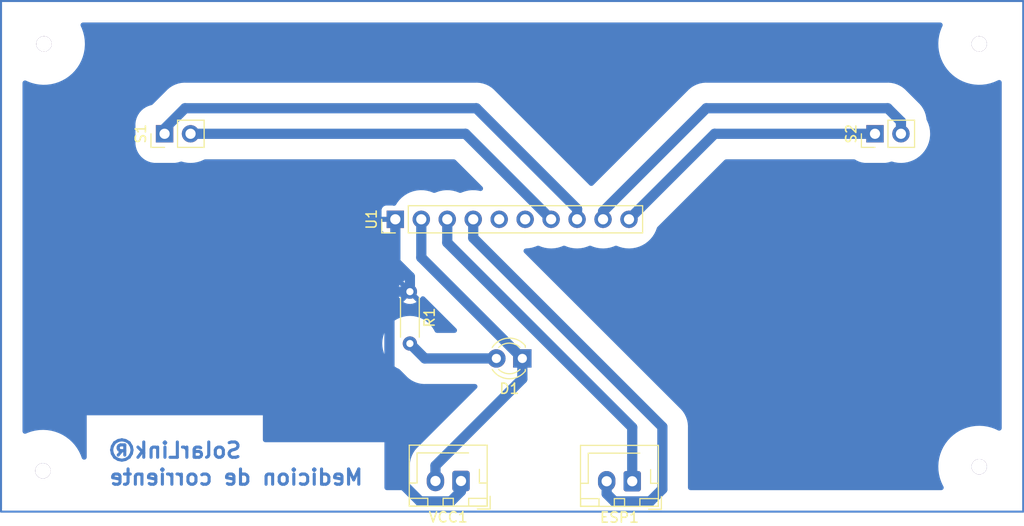
<source format=kicad_pcb>
(kicad_pcb (version 20211014) (generator pcbnew)
  (layers (0 "F.Cu" signal) (31 "B.Cu" signal) (34 "B.Paste" user) (35 "F.Paste" user) (36 "B.SilkS" user "B.Silkscreen") (37 "F.SilkS" user "F.Silkscreen") (38 "B.Mask" user) (39 "F.Mask" user) (44 "Edge.Cuts" user))
  (net 0 "")
  (net 2 "Net-(D1-Pad1)")
  (net 3 "Net-(ESP1-Pad1)")
  (net 4 "Net-(ESP1-Pad2)")
  (net 5 "Net-(D1-Pad2)")
  (net 6 "Net-(S1-Pad1)")
  (net 7 "Net-(S1-Pad2)")
  (net 8 "Net-(S2-Pad1)")
  (net 9 "Net-(S2-Pad2)")
  (net 11 "GND")
  (footprint "Connector_PinHeader_2.54mm:PinHeader_1x10_P2.54mm_Vertical" (layer "F.Cu") (at 58.575 45.375 90)
    (fp_text reference "U1" (at 0 -2.33 90) (layer "F.SilkS"))
    (fp_text value "ADS1115IDGS")
    (fp_line (start -1.33 1.27) (end -1.33 24.19) (layer "F.SilkS") (width 0.12))
    (fp_line (start 1.33 1.27) (end 1.33 24.19) (layer "F.SilkS") (width 0.12))
    (fp_line (start -1.33 1.27) (end 1.33 1.27) (layer "F.SilkS") (width 0.12))
    (fp_line (start -1.33 0) (end -1.33 -1.33) (layer "F.SilkS") (width 0.12))
    (fp_line (start -1.33 -1.33) (end 0 -1.33) (layer "F.SilkS") (width 0.12))
    (fp_line (start -1.33 24.19) (end 1.33 24.19) (layer "F.SilkS") (width 0.12))
    (pad "1" thru_hole rect (at 0 0 90) (size 1.7 1.7) (drill 1) (layers *.Cu *.Mask) (net 11 "GND"))
    (pad "2" thru_hole oval (at 0 2.54 90) (size 1.7 1.7) (drill 1) (layers *.Cu *.Mask) (net 2 "Net-(D1-Pad1)"))
    (pad "3" thru_hole oval (at 0 5.08 90) (size 1.7 1.7) (drill 1) (layers *.Cu *.Mask) (net 3 "Net-(ESP1-Pad1)"))
    (pad "4" thru_hole oval (at 0 7.62 90) (size 1.7 1.7) (drill 1) (layers *.Cu *.Mask) (net 4 "Net-(ESP1-Pad2)"))
    (pad "5" thru_hole oval (at 0 10.16 90) (size 1.7 1.7) (drill 1) (layers *.Cu *.Mask))
    (pad "6" thru_hole oval (at 0 12.7 90) (size 1.7 1.7) (drill 1) (layers *.Cu *.Mask))
    (pad "7" thru_hole oval (at 0 15.24 90) (size 1.7 1.7) (drill 1) (layers *.Cu *.Mask) (net 7 "Net-(S1-Pad2)"))
    (pad "8" thru_hole oval (at 0 17.78 90) (size 1.7 1.7) (drill 1) (layers *.Cu *.Mask) (net 6 "Net-(S1-Pad1)"))
    (pad "9" thru_hole oval (at 0 20.32 90) (size 1.7 1.7) (drill 1) (layers *.Cu *.Mask) (net 9 "Net-(S2-Pad2)"))
    (pad "10" thru_hole oval (at 0 22.86 90) (size 1.7 1.7) (drill 1) (layers *.Cu *.Mask) (net 8 "Net-(S2-Pad1)"))
  )
  (footprint "Connector_JST:JST_XH_B2B-XH-AM_1x02_P2.50mm_Vertical" (layer "F.Cu") (at 65 71 180)
    (fp_text reference "VCC1" (at 1.25 -3.55) (layer "F.SilkS"))
    (fp_text value "Conn_01x02")
    (fp_line (start -1.8 -0.2) (end -1.8 1.14) (layer "F.SilkS") (width 0.12))
    (fp_line (start 0.75 -1.7) (end 1.75 -1.7) (layer "F.SilkS") (width 0.12))
    (fp_line (start 3.25 -2.45) (end 3.25 -1.7) (layer "F.SilkS") (width 0.12))
    (fp_line (start 4.3 2.75) (end 1.25 2.75) (layer "F.SilkS") (width 0.12))
    (fp_line (start 5.05 -2.45) (end 3.25 -2.45) (layer "F.SilkS") (width 0.12))
    (fp_line (start 5.05 -0.2) (end 4.3 -0.2) (layer "F.SilkS") (width 0.12))
    (fp_line (start -2.55 -1.7) (end -0.75 -1.7) (layer "F.SilkS") (width 0.12))
    (fp_line (start -0.75 -2.45) (end -2.55 -2.45) (layer "F.SilkS") (width 0.12))
    (fp_line (start 1.75 -2.45) (end 0.75 -2.45) (layer "F.SilkS") (width 0.12))
    (fp_line (start 5.05 -1.7) (end 5.05 -2.45) (layer "F.SilkS") (width 0.12))
    (fp_line (start -2.56 -2.46) (end -2.56 3.51) (layer "F.SilkS") (width 0.12))
    (fp_line (start -1.6 -2.75) (end -2.85 -2.75) (layer "F.SilkS") (width 0.12))
    (fp_line (start 0.75 -2.45) (end 0.75 -1.7) (layer "F.SilkS") (width 0.12))
    (fp_line (start 3.25 -1.7) (end 5.05 -1.7) (layer "F.SilkS") (width 0.12))
    (fp_line (start 1.25 2.75) (end -0.74 2.75) (layer "F.SilkS") (width 0.12))
    (fp_line (start 5.06 -2.46) (end -2.56 -2.46) (layer "F.SilkS") (width 0.12))
    (fp_line (start 1.75 -1.7) (end 1.75 -2.45) (layer "F.SilkS") (width 0.12))
    (fp_line (start -2.55 -2.45) (end -2.55 -1.7) (layer "F.SilkS") (width 0.12))
    (fp_line (start -2.55 -0.2) (end -1.8 -0.2) (layer "F.SilkS") (width 0.12))
    (fp_line (start -2.56 3.51) (end 5.06 3.51) (layer "F.SilkS") (width 0.12))
    (fp_line (start 4.3 -0.2) (end 4.3 2.75) (layer "F.SilkS") (width 0.12))
    (fp_line (start -2.85 -2.75) (end -2.85 -1.5) (layer "F.SilkS") (width 0.12))
    (fp_line (start -0.75 -1.7) (end -0.75 -2.45) (layer "F.SilkS") (width 0.12))
    (fp_line (start 5.06 3.51) (end 5.06 -2.46) (layer "F.SilkS") (width 0.12))
    (pad "" np_thru_hole circle (at -1.6 2 180) (size 1.2 1.2) (drill 1.2) (layers *.Cu *.Mask))
    (pad "1" thru_hole roundrect (at 0 0 180) (size 1.7 2) (drill 1) (layers *.Cu *.Mask) (roundrect_rratio 0.1470588235) (net 11 "GND"))
    (pad "2" thru_hole oval (at 2.5 0 180) (size 1.7 2) (drill 1) (layers *.Cu *.Mask) (net 2 "Net-(D1-Pad1)"))
  )
  (footprint "Connector_JST:JST_XH_B2B-XH-AM_1x02_P2.50mm_Vertical" (layer "F.Cu") (at 81.75 71.025 180)
    (fp_text reference "ESP1" (at 1.25 -3.55) (layer "F.SilkS"))
    (fp_text value "Conn_01x02")
    (fp_line (start 5.06 -2.46) (end -2.56 -2.46) (layer "F.SilkS") (width 0.12))
    (fp_line (start 5.05 -2.45) (end 3.25 -2.45) (layer "F.SilkS") (width 0.12))
    (fp_line (start 5.06 3.51) (end 5.06 -2.46) (layer "F.SilkS") (width 0.12))
    (fp_line (start -1.6 -2.75) (end -2.85 -2.75) (layer "F.SilkS") (width 0.12))
    (fp_line (start 1.25 2.75) (end -0.74 2.75) (layer "F.SilkS") (width 0.12))
    (fp_line (start -0.75 -1.7) (end -0.75 -2.45) (layer "F.SilkS") (width 0.12))
    (fp_line (start 4.3 2.75) (end 1.25 2.75) (layer "F.SilkS") (width 0.12))
    (fp_line (start 0.75 -2.45) (end 0.75 -1.7) (layer "F.SilkS") (width 0.12))
    (fp_line (start -2.85 -2.75) (end -2.85 -1.5) (layer "F.SilkS") (width 0.12))
    (fp_line (start 1.75 -2.45) (end 0.75 -2.45) (layer "F.SilkS") (width 0.12))
    (fp_line (start -2.55 -2.45) (end -2.55 -1.7) (layer "F.SilkS") (width 0.12))
    (fp_line (start 1.75 -1.7) (end 1.75 -2.45) (layer "F.SilkS") (width 0.12))
    (fp_line (start 3.25 -1.7) (end 5.05 -1.7) (layer "F.SilkS") (width 0.12))
    (fp_line (start -2.56 -2.46) (end -2.56 3.51) (layer "F.SilkS") (width 0.12))
    (fp_line (start 4.3 -0.2) (end 4.3 2.75) (layer "F.SilkS") (width 0.12))
    (fp_line (start 5.05 -0.2) (end 4.3 -0.2) (layer "F.SilkS") (width 0.12))
    (fp_line (start -1.8 -0.2) (end -1.8 1.14) (layer "F.SilkS") (width 0.12))
    (fp_line (start -2.55 -0.2) (end -1.8 -0.2) (layer "F.SilkS") (width 0.12))
    (fp_line (start 5.05 -1.7) (end 5.05 -2.45) (layer "F.SilkS") (width 0.12))
    (fp_line (start -2.55 -1.7) (end -0.75 -1.7) (layer "F.SilkS") (width 0.12))
    (fp_line (start 3.25 -2.45) (end 3.25 -1.7) (layer "F.SilkS") (width 0.12))
    (fp_line (start -2.56 3.51) (end 5.06 3.51) (layer "F.SilkS") (width 0.12))
    (fp_line (start 0.75 -1.7) (end 1.75 -1.7) (layer "F.SilkS") (width 0.12))
    (fp_line (start -0.75 -2.45) (end -2.55 -2.45) (layer "F.SilkS") (width 0.12))
    (pad "" np_thru_hole circle (at -1.6 2 180) (size 1.2 1.2) (drill 1.2) (layers *.Cu *.Mask))
    (pad "1" thru_hole roundrect (at 0 0 180) (size 1.7 2) (drill 1) (layers *.Cu *.Mask) (roundrect_rratio 0.1470588235) (net 3 "Net-(ESP1-Pad1)"))
    (pad "2" thru_hole oval (at 2.5 0 180) (size 1.7 2) (drill 1) (layers *.Cu *.Mask) (net 4 "Net-(ESP1-Pad2)"))
  )
  (footprint "Connector_PinHeader_2.54mm:PinHeader_1x02_P2.54mm_Vertical" (layer "F.Cu") (at 36 37 90)
    (fp_text reference "S1" (at 0 -2.33 90) (layer "F.SilkS"))
    (fp_text value "Conn_01x02")
    (fp_line (start -1.33 0) (end -1.33 -1.33) (layer "F.SilkS") (width 0.12))
    (fp_line (start -1.33 1.27) (end -1.33 3.87) (layer "F.SilkS") (width 0.12))
    (fp_line (start -1.33 3.87) (end 1.33 3.87) (layer "F.SilkS") (width 0.12))
    (fp_line (start -1.33 1.27) (end 1.33 1.27) (layer "F.SilkS") (width 0.12))
    (fp_line (start -1.33 -1.33) (end 0 -1.33) (layer "F.SilkS") (width 0.12))
    (fp_line (start 1.33 1.27) (end 1.33 3.87) (layer "F.SilkS") (width 0.12))
    (pad "1" thru_hole rect (at 0 0 90) (size 1.7 1.7) (drill 1) (layers *.Cu *.Mask) (net 6 "Net-(S1-Pad1)"))
    (pad "2" thru_hole oval (at 0 2.54 90) (size 1.7 1.7) (drill 1) (layers *.Cu *.Mask) (net 7 "Net-(S1-Pad2)"))
  )
  (footprint "Resistor_THT:R_Axial_DIN0204_L3.6mm_D1.6mm_P5.08mm_Horizontal" (layer "F.Cu") (at 60 52.46 -90)
    (fp_text reference "R1" (at 2.54 -1.92 90) (layer "F.SilkS"))
    (fp_text value "R")
    (fp_line (start 0.62 -0.92) (end 4.46 -0.92) (layer "F.SilkS") (width 0.12))
    (fp_line (start 0.62 0.92) (end 4.46 0.92) (layer "F.SilkS") (width 0.12))
    (pad "1" thru_hole circle (at 0 0 270) (size 1.4 1.4) (drill 0.7) (layers *.Cu *.Mask) (net 11 "GND"))
    (pad "2" thru_hole oval (at 5.08 0 270) (size 1.4 1.4) (drill 0.7) (layers *.Cu *.Mask) (net 5 "Net-(D1-Pad2)"))
  )
  (footprint "LED_THT:LED_D3.0mm" (layer "F.Cu") (at 71 59 180)
    (fp_text reference "D1" (at 1.27 -2.96) (layer "F.SilkS"))
    (fp_text value "LED")
    (fp_line (start -0.29 1.08) (end -0.29 1.236) (layer "F.SilkS") (width 0.12))
    (fp_line (start -0.29 -1.236) (end -0.29 -1.08) (layer "F.SilkS") (width 0.12))
    (fp_arc (start 2.31113 1.079837) (mid 1.270117 1.5) (end 0.229039 1.08) (layer "F.SilkS") (width 0.12))
    (fp_arc (start 2.942335 1.078608) (mid 1.366487 1.987659) (end -0.29 1.235516) (layer "F.SilkS") (width 0.12))
    (fp_arc (start -0.29 -1.235516) (mid 1.366487 -1.987659) (end 2.942335 -1.078608) (layer "F.SilkS") (width 0.12))
    (fp_arc (start 0.229039 -1.08) (mid 1.270117 -1.5) (end 2.31113 -1.079837) (layer "F.SilkS") (width 0.12))
    (pad "1" thru_hole rect (at 0 0 180) (size 1.8 1.8) (drill 0.9) (layers *.Cu *.Mask) (net 2 "Net-(D1-Pad1)"))
    (pad "2" thru_hole circle (at 2.54 0 180) (size 1.8 1.8) (drill 0.9) (layers *.Cu *.Mask) (net 5 "Net-(D1-Pad2)"))
  )
  (footprint "Connector_PinHeader_2.54mm:PinHeader_1x02_P2.54mm_Vertical" (layer "F.Cu") (at 105.5 37 90)
    (fp_text reference "S2" (at 0 -2.33 90) (layer "F.SilkS"))
    (fp_text value "Conn_01x02")
    (fp_line (start -1.33 -1.33) (end 0 -1.33) (layer "F.SilkS") (width 0.12))
    (fp_line (start -1.33 1.27) (end 1.33 1.27) (layer "F.SilkS") (width 0.12))
    (fp_line (start -1.33 1.27) (end -1.33 3.87) (layer "F.SilkS") (width 0.12))
    (fp_line (start -1.33 3.87) (end 1.33 3.87) (layer "F.SilkS") (width 0.12))
    (fp_line (start 1.33 1.27) (end 1.33 3.87) (layer "F.SilkS") (width 0.12))
    (fp_line (start -1.33 0) (end -1.33 -1.33) (layer "F.SilkS") (width 0.12))
    (pad "1" thru_hole rect (at 0 0 90) (size 1.7 1.7) (drill 1) (layers *.Cu *.Mask) (net 8 "Net-(S2-Pad1)"))
    (pad "2" thru_hole oval (at 0 2.54 90) (size 1.7 1.7) (drill 1) (layers *.Cu *.Mask) (net 9 "Net-(S2-Pad2)"))
  )
  (gr_rect (start 20 24) (end 120 74) (layer "B.Cu") (width 0.2) (fill none))
  (gr_text "SolarLink®" (at 37 68) (layer "B.Cu") (effects (font (size 1.5 1.5) (thickness 0.3)) (justify mirror)))
  (gr_text "Medicion de corriente" (at 43 70.64) (layer "B.Cu") (effects (font (size 1.5 1.5) (thickness 0.3)) (justify mirror)))
  (via (at 24.1 70) (size 1.5) (drill 4) (layers "F.Cu" "B.Cu") (net 0))
  (via (at 115.7 28.2) (size 1.5) (drill 4) (layers "F.Cu" "B.Cu") (net 0))
  (via (at 24.2 28.2) (size 1.5) (drill 4) (layers "F.Cu" "B.Cu") (net 0))
  (via (at 115.7 69.6) (size 1.5) (drill 4) (layers "F.Cu" "B.Cu") (net 0))
  (segment (start 61.115 49.115) (end 61.115 45.375) (width 1) (layer "B.Cu") (net 2))
  (segment (start 62.5 69.5) (end 71 61) (width 1) (layer "B.Cu") (net 2))
  (segment (start 71 61) (end 71 59) (width 1) (layer "B.Cu") (net 2))
  (segment (start 62.5 71) (end 62.5 69.5) (width 1) (layer "B.Cu") (net 2))
  (segment (start 71 59) (end 61.115 49.115) (width 1) (layer "B.Cu") (net 2))
  (segment (start 81.75 71.025) (end 81.75 65.75) (width 1) (layer "B.Cu") (net 3))
  (segment (start 63.655 47.655) (end 63.655 45.375) (width 1) (layer "B.Cu") (net 3))
  (segment (start 81.75 65.75) (end 63.655 47.655) (width 1) (layer "B.Cu") (net 3))
  (segment (start 79.25 72.25) (end 80 73) (width 1) (layer "B.Cu") (net 4))
  (segment (start 80 73) (end 83.5 73) (width 1) (layer "B.Cu") (net 4))
  (segment (start 66.195 47.195) (end 66.195 45.375) (width 1) (layer "B.Cu") (net 4))
  (segment (start 79.25 71.025) (end 79.25 72.25) (width 1) (layer "B.Cu") (net 4))
  (segment (start 84.700001 71.799999) (end 84.700001 65.700001) (width 1) (layer "B.Cu") (net 4))
  (segment (start 83.5 73) (end 84.700001 71.799999) (width 1) (layer "B.Cu") (net 4))
  (segment (start 84.700001 65.700001) (end 66.195 47.195) (width 1) (layer "B.Cu") (net 4))
  (segment (start 68.46 59) (end 61.46 59) (width 1) (layer "B.Cu") (net 5))
  (segment (start 61.46 59) (end 60 57.54) (width 1) (layer "B.Cu") (net 5))
  (segment (start 36 36.5) (end 38 34.5) (width 1) (layer "B.Cu") (net 6))
  (segment (start 66.5 34.5) (end 76.355 44.355) (width 1) (layer "B.Cu") (net 6))
  (segment (start 38 34.5) (end 66.5 34.5) (width 1) (layer "B.Cu") (net 6))
  (segment (start 76.355 44.355) (end 76.355 45.375) (width 1) (layer "B.Cu") (net 6))
  (segment (start 36 37) (end 36 36.5) (width 1) (layer "B.Cu") (net 6))
  (segment (start 38.54 37) (end 65.44 37) (width 1) (layer "B.Cu") (net 7))
  (segment (start 65.44 37) (end 73.815 45.375) (width 1) (layer "B.Cu") (net 7))
  (segment (start 89.81 37) (end 81.435 45.375) (width 1) (layer "B.Cu") (net 8))
  (segment (start 105.5 37) (end 89.81 37) (width 1) (layer "B.Cu") (net 8))
  (segment (start 89 34.5) (end 78.895 44.605) (width 1) (layer "B.Cu") (net 9))
  (segment (start 108.04 35.797919) (end 106.742081 34.5) (width 1) (layer "B.Cu") (net 9))
  (segment (start 108.04 37) (end 108.04 35.797919) (width 1) (layer "B.Cu") (net 9))
  (segment (start 78.895 44.605) (end 78.895 45.375) (width 1) (layer "B.Cu") (net 9))
  (segment (start 106.742081 34.5) (end 89 34.5) (width 1) (layer "B.Cu") (net 9))
  (segment (start 60 52.46) (end 60 51) (width 1) (layer "B.Cu") (net 11))
  (segment (start 60 51) (end 58.575 49.575) (width 1) (layer "B.Cu") (net 11))
  (segment (start 59.5 71.5) (end 59.5 61.5) (width 1) (layer "B.Cu") (net 11))
  (segment (start 58 53) (end 58.54 52.46) (width 1) (layer "B.Cu") (net 11))
  (segment (start 61 73) (end 59.5 71.5) (width 1) (layer "B.Cu") (net 11))
  (segment (start 65 72) (end 64 73) (width 1) (layer "B.Cu") (net 11))
  (segment (start 58.575 49.575) (end 58.575 45.375) (width 1) (layer "B.Cu") (net 11))
  (segment (start 58.54 52.46) (end 60 52.46) (width 1) (layer "B.Cu") (net 11))
  (segment (start 58 60) (end 58 53) (width 1) (layer "B.Cu") (net 11))
  (segment (start 64 73) (end 61 73) (width 1) (layer "B.Cu") (net 11))
  (segment (start 59.5 61.5) (end 58 60) (width 1) (layer "B.Cu") (net 11))
  (segment (start 65 71) (end 65 72) (width 1) (layer "B.Cu") (net 11))
  (zone (net 11) (net_name "GND") (layer "B.Cu") (connect_pads (clearance 2)) (min_thickness 0.5) (fill yes (thermal_gap 0.5) (thermal_bridge_width 0.5))
    (polygon (pts (xy 120 74) (xy 20 74) (xy 20 24) (xy 120 24)))
  )
)
</source>
